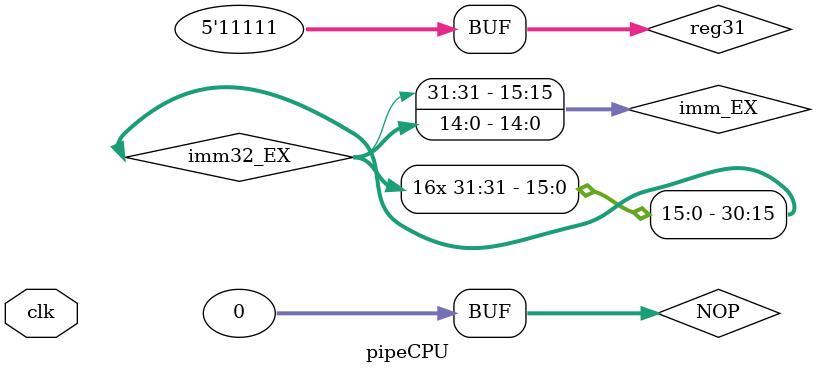
<source format=v>
`include "alu.v"
`include "pipe_pc_unit.v"
`include "pc_dff.v"
`include "adder.v"
`include "regfile.v"
`include "instruction_decoder.v"
`include "datamemory.v"
`include "mux32.v"
`include "mux5.v"
`include "mux5_3to1.v"
`include "mux32_3to1.v"
`include "dff.v"
// `include "mux32.v"

`define LW    6'h23
`define SW    6'h2b
`define J     6'h2
`define JAL   6'h3
`define BEQ   6'h4
`define BNE   6'h5
`define XORI  6'he
`define ADDI  6'h8

`define ARITH 6'h0
`define JR    6'h8
`define ADD   6'h20
`define SUB   6'h22
`define SLT   6'h2a
`define NOP   6'h0

module CPUcontrolLUT (
input       clk,
input [5:0] opcode,
            funct,
output reg  RegWr,
            ALUsrc,
            MemWr,
            Rtype, // High if instruction is r type
output reg [1:0] MemToReg,
                 RegDst,
output reg [2:0] ALUctrl
);
  localparam     Rd = 2'b0,    // for RegDst Mux
                 Rt = 2'b1,
             ALUadd = 3'b000,
             ALUxor = 3'b010,
             ALUsub = 3'b001,
             ALUslt = 3'b011,
                 Db = 0,    // for ALUsrc Mux
                Imm = 1,
             ALUout = 2'b1,    // for MemToReg Mux
              Dout = 2'b0;

  always @(*) begin
    case(opcode)
      `LW: begin
        RegDst = Rt; RegWr = 1;
        ALUctrl = ALUadd; ALUsrc = Imm;
        MemWr = 0; MemToReg = Dout;
        Rtype = 0;
      end
      `SW: begin
        RegDst = Rd;  RegWr = 0;
        ALUctrl = ALUadd; ALUsrc = Imm;
        MemWr = 1;   MemToReg = ALUout;
        Rtype = 0;
      end
      `J: begin
        RegDst = Rd;  RegWr = 0;
        ALUctrl = ALUxor; ALUsrc = Db;
        MemWr = 0;   MemToReg = ALUout;
        Rtype = 0;
      end
      `JAL: begin
        RegDst = 2'd2;  RegWr = 1;
        ALUctrl = ALUxor; ALUsrc = Db;
        MemWr = 0;   MemToReg = 2'd2;
        Rtype = 0;
      end
      `BEQ: begin
        RegDst = Rd;  RegWr = 0;
        ALUctrl = ALUxor; ALUsrc = Db;
        MemWr = 0;   MemToReg = ALUout;
        Rtype = 0;
      end
      `BNE: begin
        RegDst = Rd;  RegWr = 0;
        ALUctrl = ALUxor; ALUsrc = Db;
        MemWr = 0;   MemToReg = ALUout;
        Rtype = 0;
      end
      `XORI: begin
        RegDst = Rt;  RegWr = 1;
        ALUctrl = ALUxor; ALUsrc = Imm;
        MemWr = 0;   MemToReg = ALUout;
        Rtype = 0;
      end
      `ADDI: begin
        RegDst = Rt;  RegWr = 1;
        ALUctrl = ALUadd; ALUsrc = Imm;
        MemWr = 0;   MemToReg = ALUout;
        Rtype = 0;
      end
      `ARITH: begin
        case(funct)
          `JR: begin
            RegDst = Rd;  RegWr = 0;
            ALUctrl = ALUxor; ALUsrc = Db;
            MemWr = 0;   MemToReg = ALUout;
            Rtype = 1;
          end
          `ADD: begin
            RegDst = Rd;  RegWr = 1;
            ALUctrl = ALUadd; ALUsrc = Db;
            MemWr = 0;   MemToReg = ALUout;
            Rtype = 1;
          end
          `SUB: begin
            RegDst = Rd;  RegWr = 1;
            ALUctrl = ALUsub; ALUsrc = Db;
            MemWr = 0;   MemToReg = ALUout;
            Rtype = 1;
          end
          `SLT: begin
            RegDst = Rd;  RegWr = 1;
            ALUctrl = ALUslt; ALUsrc = Db;
            MemWr = 0;   MemToReg = ALUout;
            Rtype = 1;
          end
          `NOP: begin
            RegDst = Rd;  RegWr = 0;
            ALUctrl = ALUslt; ALUsrc = Db;
            MemWr = 0;   MemToReg = ALUout;
            Rtype = 0;
          end
        endcase
      end
    endcase
  end
endmodule

module pipeCPU
(
input clk
);
  // Initial values for control signals
  initial begin
    // RF phase
    BEQ_RF <= 0;
    BNE_RF <= 0;
    JR_RF <= 0;
    LW_RF <= 0;
    instruction_RF <= 0;

    // EX phase
    BEQ_EX <= 0;
    BNE_EX <= 0;
    rs_EX <= 0;
    RegWr_EX <= 0;
    ALUsrc_EX <= 0;
    MemWr_EX <= 0;
    Rtype_EX <= 0;
    MemToReg_EX <= 0;
    ALUctrl_EX <= 0;
    regDest_EX <= 0;
    da_EX <= 0;
    db_EX <= 0;
    imm_EX <= 0;
    rt_EX <= 0;

    // MEM phase
    regDest_MEM <= 0;
    RegWr_MEM <= 0;
    MemWr_MEM <= 0;
    MemToReg_MEM <= 0;
    ALUout_MEM <= 0;
    db_MEM <= 0;

    // WB phase
    RegWr_WB <= 0;
    regDest_WB <= 0;
    RegVal_WB <= 0;
  end

  // Instruction fetch NOP wires
  wire [31:0] instruction;
  reg  [31:0] NOP = 32'b0;
  wire        stall_mux;

  // Instruction decoder outputs
  wire[5:0] opcode,
            funct;
  wire[4:0] rs_RF,
            rt_RF,
            rd;
  wire [15:0] imm_RF;
  wire [25:0] address;

  // Instruction Fetch Phase
  wire [31:0] instruction_IF;
  wire [25:0] address_IF;
  wire        BEQ_IF,
              BNE_IF,
              J_IF,
              JAL_IF,
              JR_IF,
              LW_IF;

  // Register Fetch Phase
  wire       RegWr_RF,
             ALUsrc_RF,
             MemWr_RF,
             Rtype_RF;
  wire [1:0] RegDst_RF,
             MemToReg_RF;
  reg        BEQ_RF,
             BNE_RF,
             JR_RF,
             LW_RF;
  wire [2:0] ALUctrl_RF;
  wire [4:0] regDest_RF; //actual reg address from RegDst mux
  wire [31:0]da_RF,   // reg file output
             db_RF;   // reg file output
  reg  [31:0]instruction_RF,
             PC_plus_four_RF;

  wire [31:0]imm32_EX;
  // assign imm_RF = {{16{immediate[15]}}, immediate};
  assign imm32_EX = {{16{imm_EX[15]}}, imm_EX};

  // Execute Phase
  reg        RegWr_EX,
             ALUsrc_EX,
             MemWr_EX,
             BEQ_EX,
             BNE_EX,
             Rtype_EX;
  reg [1:0]  MemToReg_EX;
  reg [2:0]  ALUctrl_EX;
  wire [31:0]ALUout_EX;
  reg [4:0]  regDest_EX;
  reg [31:0] da_EX,
             db_EX,
             PC_plus_four_EX;
  reg [15:0] imm_EX;
  reg  [4:0] rs_EX,
             rt_EX;

  // Memory Phase
  reg         RegWr_MEM,
              MemWr_MEM;
  reg [1:0]   MemToReg_MEM;
  reg [31:0]  ALUout_MEM,
              db_MEM,
              PC_plus_four_MEM;
  wire [31:0] RegVal_MEM;
  reg [4:0]   regDest_MEM;
  wire [31:0] dataMemMuxOut,
              dataOut_MEM;

  // Write-back Phase
  reg         RegWr_WB;
  reg [4:0]   regDest_WB;
  reg [31:0]  RegVal_WB,
              ALUout_WB;

  // PC outputs
  wire [31:0] PC;
  wire [31:0] PC_plus_four_IF;

  // Data forwarding wires
  wire ALUin0ctrl;
  wire ALUin1ctrl;
  wire ALUin0ctrl1;
  wire ALUin1ctrl1;
  wire [31:0] ALUin0a;
  wire [31:0] ALUin1a;
  wire [31:0] ALUin0;
  wire [31:0] ALUin1;

  // Reg file inputsPC_plus
  reg [4:0] reg31 = 5'd31;
  wire [4:0] rdMuxOut;
  wire [31:0]regDataIn;

  // ALU src mux
  wire [31:0] ALUsrcMuxOut;

  // ALU outputs
  wire        ALUzero;

  // Reg Dest outputs
  wire [4:0] regDstMuxOut;

  always @(posedge clk) begin
    // IF -> RF DFFS
    instruction_RF <= instruction_IF;
    BEQ_RF <= BEQ_IF;
    BNE_RF <= BNE_IF;
    JR_RF <= JR_IF;
    LW_RF <= LW_IF;
    PC_plus_four_RF <= PC_plus_four_IF;

    // RF -> EX DFFs
    RegWr_EX <= RegWr_RF;
    ALUsrc_EX <= ALUsrc_RF;
    MemWr_EX <= MemWr_RF;
    MemToReg_EX <= MemToReg_RF;
    ALUctrl_EX <= ALUctrl_RF;
    regDest_EX <= regDest_RF;
    da_EX <= da_RF;
    db_EX <= db_RF;
    BEQ_EX <= BEQ_RF;
    BNE_EX <= BNE_RF;
    rs_EX <= rs_RF;
    rt_EX <= rt_RF;
    Rtype_EX <= Rtype_RF;
    imm_EX <= imm_RF;
    PC_plus_four_EX <= PC_plus_four_RF;


    // EX -> MEM DFFs
    RegWr_MEM <= RegWr_EX;
    MemWr_MEM <= MemWr_EX;
    MemToReg_MEM <= MemToReg_EX;
    db_MEM <= db_EX;
    regDest_MEM <= regDest_EX;
    ALUout_MEM <= ALUout_EX;
    PC_plus_four_MEM <= PC_plus_four_EX;

    // MEM -> WB DFFs
    regDest_WB <= regDest_MEM;
    RegWr_WB <= RegWr_MEM;
    RegVal_WB <= RegVal_MEM;
    ALUout_WB <= ALUout_MEM;
  end

  // Necessary decoding in IF phase
  assign J_IF = ~| (instruction_IF[31:26] ^ `J);
  assign JAL_IF = ~| (instruction_IF[31:26] ^ `JAL);
  assign BEQ_IF = ~| (instruction_IF[31:26] ^ `BEQ);
  assign BNE_IF = ~| (instruction_IF[31:26] ^ `BNE);
  assign JR_IF = (~|(instruction_IF[31:26] ^ 6'b0)) && (~|(instruction_IF[5:0] ^ `JR));
  assign LW_IF = ~| (instruction_IF[31:26] ^ `LW);
  assign address_IF = instruction_IF[25:0];

  // Instruction/NOP mux logic
  // NOTE: This OR gate might also need BEQ_EX and BNE_EX, not sure
  assign stall_mux = (BEQ_RF | BNE_RF | BEQ_EX | BNE_EX | JR_RF | LW_RF);
  mux2to1by32 mux_NOP(.out(instruction_IF),
              .address(stall_mux),
              .input0(instruction),
              .input1(NOP));


  instruction_decoder instrdecoder(.instruction(instruction_RF),
                      .opcode(opcode),
                      .rs(rs_RF),
                      .rt(rt_RF),
                      .rd(rd),
                      .funct(funct),
                      .immediate(imm_RF),
                      .address(address));

  CPUcontrolLUT LUT(.clk(clk),
                    .opcode(opcode),
                    .funct(funct),
                    .RegDst(RegDst_RF),
                    .RegWr(RegWr_RF),
                    .ALUctrl(ALUctrl_RF),
                    .ALUsrc(ALUsrc_RF),
                    .MemWr(MemWr_RF),
                    .MemToReg(MemToReg_RF),
                    .Rtype(Rtype_RF));

  pipePCUnit pcmodule(.PC(PC),
                    .PC_plus_four(PC_plus_four_IF),
                    .clk(clk),
                    .da_RF(da_RF),
                    .address(address_IF),
                    .imm_EX(imm_EX),
                    .ALUZero(ALUzero),
                    .BEQ_IF(BEQ_IF),
                    .BNE_IF(BNE_IF),
                    .BEQ_RF(BEQ_RF),
                    .BNE_RF(BNE_RF),
                    .BEQ_EX(BEQ_EX),
                    .BNE_EX(BNE_EX),
                    .J_IF(J_IF),
                    .JAL_IF(JAL_IF),
                    .JR_IF(JR_IF),
                    .JR_RF(JR_RF),
                    .LW_IF(LW_IF));

  // Reg file inputs
  // Aw input
  mux3to1by5 rdMux(.out(regDest_RF), // actual register address
                  .address(RegDst_RF), // ctrl signal
                  .input0(rd),
                  .input1(rt_RF),
                  .input2(reg31));

  mux3to1by32 regdataMux(.out(RegVal_MEM),
                        .address(MemToReg_MEM),
                        .input0(dataOut_MEM),
                        .input1(ALUout_MEM),
                        .input2(PC_plus_four_MEM));

  regfile regFile(.ReadData1(da_RF),
                  .ReadData2(db_RF),
                  .WriteData(RegVal_WB),
                  .ReadRegister1(rs_RF),
                  .ReadRegister2(rt_RF),
                  .WriteRegister(regDest_WB),
                  .RegWrite(RegWr_WB),
                  .Clk(clk));

  // ALU input
  mux2to1by32 ALUsrcMux(.out(ALUsrcMuxOut),
                  .address(ALUsrc_EX),
                  .input0(db_EX),
                  .input1(imm32_EX));

  // Data forwarding logic
  assign ALUin0ctrl = RegWr_MEM && (~| (regDest_MEM ^ rs_EX));
  assign ALUin1ctrl = (RegWr_MEM && (~|(regDest_MEM ^ rt_EX)) && (BEQ_EX | BNE_EX | Rtype_EX));
  assign ALUin0ctrl1 = RegWr_WB && (~| (regDest_WB ^ rs_EX));
  assign ALUin1ctrl1 = (RegWr_WB && (~|(regDest_WB ^ rt_EX)) && (BEQ_EX | BNE_EX | Rtype_EX));

  mux2to1by32 ALUin0muxa(.out(ALUin0a),
                  .address(ALUin0ctrl),
                  .input0(da_EX),
                  .input1(RegVal_MEM));

  mux2to1by32 ALUin1muxa(.out(ALUin1a),
                  .address(ALUin1ctrl),
                  .input0(ALUsrcMuxOut),
                  .input1(RegVal_MEM));

  mux2to1by32 ALUin0mux(.out(ALUin0),
                  .address(ALUin0ctrl1),
                  .input0(ALUin0a),
                  .input1(RegVal_WB));

  mux2to1by32 ALUin1mux(.out(ALUin1),
                  .address(ALUin1ctrl1),
                  .input0(ALUin1a),
                  .input1(RegVal_WB));


  ALU alu(.result(ALUout_EX),
                  .carryout(),
                  .zero(ALUzero),
                  .overflow(),
                  .operandA(ALUin0),
                  .operandB(ALUin1),
                  .command(ALUctrl_EX));


  datamemory datamem(.clk(clk),
                    .instrOut(instruction),
                    .dataOut(dataOut_MEM),
                    .instrAddr(PC),
                    .address(ALUout_MEM),
                    .writeEnable(MemWr_MEM),
                    .dataIn(db_MEM));

endmodule

</source>
